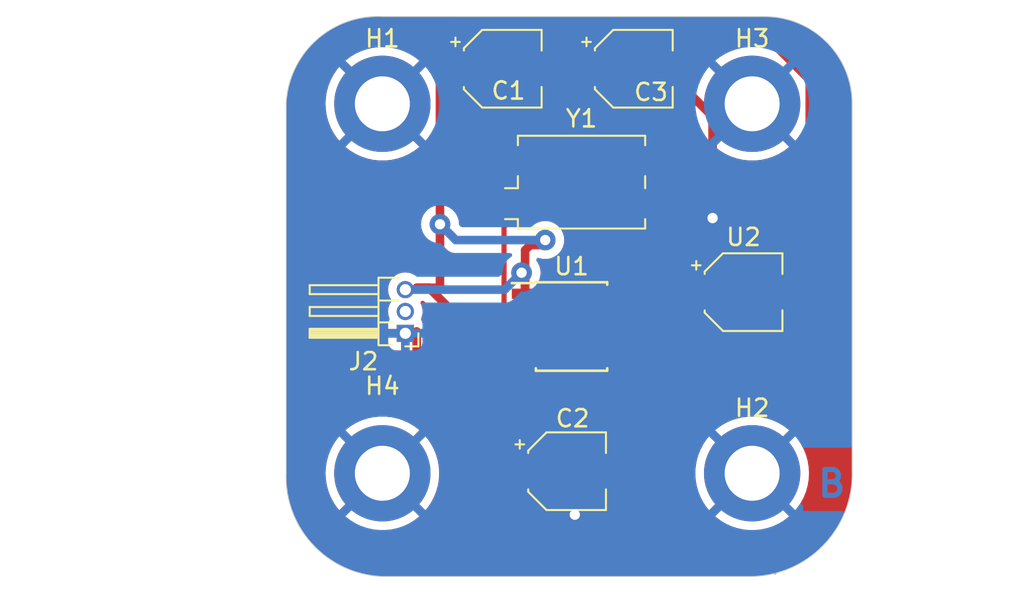
<source format=kicad_pcb>
(kicad_pcb (version 20221018) (generator pcbnew)
  (layers (0 "F.Cu" signal) (31 "B.Cu" signal) (34 "B.Paste" user) (35 "F.Paste" user) (36 "B.SilkS" user "B.Silkscreen") (37 "F.SilkS" user "F.Silkscreen") (38 "B.Mask" user) (39 "F.Mask" user) (44 "Edge.Cuts" user))
  (net 0 "")
  (net 1 "Q_IN")
  (net 2 "GND")
  (net 3 "Q_OUT")
  (net 4 "+3.3V")
  (net 5 "RXIR")
  (net 7 "UART_RX")
  (footprint "Capacitor_SMD:CP_Elec_4x5.4" (layer "F.Cu") (at 134.62 64)
    (fp_text reference "C3" (at 1 1.36) (layer "F.SilkS"))
    (fp_text value "20 pF")
    (fp_line (start -3 -1.56) (end -2.5 -1.56) (stroke (width 0.12)) (layer "F.SilkS"))
    (fp_line (start -2.75 -1.81) (end -2.75 -1.31) (stroke (width 0.12)) (layer "F.SilkS"))
    (fp_line (start -2.26 -1.195563) (end -2.26 -1.06) (stroke (width 0.12)) (layer "F.SilkS"))
    (fp_line (start -2.26 -1.195563) (end -1.195563 -2.26) (stroke (width 0.12)) (layer "F.SilkS"))
    (fp_line (start -2.26 1.195563) (end -2.26 1.06) (stroke (width 0.12)) (layer "F.SilkS"))
    (fp_line (start -2.26 1.195563) (end -1.195563 2.26) (stroke (width 0.12)) (layer "F.SilkS"))
    (fp_line (start -1.195563 -2.26) (end 2.26 -2.26) (stroke (width 0.12)) (layer "F.SilkS"))
    (fp_line (start -1.195563 2.26) (end 2.26 2.26) (stroke (width 0.12)) (layer "F.SilkS"))
    (fp_line (start 2.26 -2.26) (end 2.26 -1.06) (stroke (width 0.12)) (layer "F.SilkS"))
    (fp_line (start 2.26 2.26) (end 2.26 1.06) (stroke (width 0.12)) (layer "F.SilkS"))
    (pad "1" smd roundrect (at -1.8 0) (size 2.6 1.6) (layers "F.Cu" "F.Paste" "F.Mask") (roundrect_rratio 0.15625) (net 3 "Q_OUT"))
    (pad "2" smd roundrect (at 1.8 0) (size 2.6 1.6) (layers "F.Cu" "F.Paste" "F.Mask") (roundrect_rratio 0.15625) (net 2 "GND"))
  )
  (footprint "Package_SO:SOIC-8-N7_3.9x4.9mm_P1.27mm" (layer "F.Cu") (at 131 79)
    (fp_text reference "U1" (at 0 -3.5) (layer "F.SilkS"))
    (fp_text value "MCP2120-I/P")
    (fp_line (start -2.075 -2.575) (end -2.075 -2.525) (stroke (width 0.15)) (layer "F.SilkS"))
    (fp_line (start -2.075 -2.575) (end 2.075 -2.575) (stroke (width 0.15)) (layer "F.SilkS"))
    (fp_line (start -2.075 -2.525) (end -3.475 -2.525) (stroke (width 0.15)) (layer "F.SilkS"))
    (fp_line (start -2.075 2.575) (end -2.075 2.43) (stroke (width 0.15)) (layer "F.SilkS"))
    (fp_line (start -2.075 2.575) (end 2.075 2.575) (stroke (width 0.15)) (layer "F.SilkS"))
    (fp_line (start 2.075 -2.575) (end 2.075 -2.43) (stroke (width 0.15)) (layer "F.SilkS"))
    (fp_line (start 2.075 2.575) (end 2.075 2.43) (stroke (width 0.15)) (layer "F.SilkS"))
    (pad "1" smd rect (at -2.7 -1.905) (size 1.55 0.6) (layers "F.Cu" "F.Paste" "F.Mask") (net 4 "+3.3V"))
    (pad "2" smd rect (at -2.7 -0.635) (size 1.55 0.6) (layers "F.Cu" "F.Paste" "F.Mask") (net 1 "Q_IN"))
    (pad "3" smd rect (at -2.7 0.635) (size 1.55 0.6) (layers "F.Cu" "F.Paste" "F.Mask") (net 3 "Q_OUT"))
    (pad "4" smd rect (at -2.7 1.905) (size 1.55 0.6) (layers "F.Cu" "F.Paste" "F.Mask") (net 4 "+3.3V"))
    (pad "5" smd rect (at 2.7 1.905) (size 1.55 0.6) (layers "F.Cu" "F.Paste" "F.Mask") (net 5 "RXIR"))
    (pad "6" smd rect (at 2.7 0.635) (size 1.55 0.6) (layers "F.Cu" "F.Paste" "F.Mask"))
    (pad "8" smd rect (at 2.7 -1.905) (size 1.55 0.6) (layers "F.Cu" "F.Paste" "F.Mask") (net 2 "GND"))
  )
  (footprint "Crystal:Crystal_SMD_EuroQuartz_MQ-4Pin_7.0x5.0mm" (layer "F.Cu") (at 131.58 70.6)
    (fp_text reference "Y1" (at 0 -3.7) (layer "F.SilkS"))
    (fp_text value "ABLS-7.3728MHz-20-B-3-H-T")
    (fp_line (start -4.45 0.35) (end -3.7 0.35) (stroke (width 0.12)) (layer "F.SilkS"))
    (fp_line (start -4.45 2.15) (end -3.7 2.15) (stroke (width 0.12)) (layer "F.SilkS"))
    (fp_line (start -3.7 -2.7) (end 3.7 -2.7) (stroke (width 0.12)) (layer "F.SilkS"))
    (fp_line (start -3.7 -2.15) (end -3.7 -2.7) (stroke (width 0.12)) (layer "F.SilkS"))
    (fp_line (start -3.7 0.35) (end -3.7 -0.35) (stroke (width 0.12)) (layer "F.SilkS"))
    (fp_line (start -3.7 2.15) (end -3.7 2.7) (stroke (width 0.12)) (layer "F.SilkS"))
    (fp_line (start -3.7 2.7) (end 3.7 2.7) (stroke (width 0.12)) (layer "F.SilkS"))
    (fp_line (start 3.7 -2.7) (end 3.7 -2.15) (stroke (width 0.12)) (layer "F.SilkS"))
    (fp_line (start 3.7 -0.35) (end 3.7 0.35) (stroke (width 0.12)) (layer "F.SilkS"))
    (fp_line (start 3.7 2.7) (end 3.7 2.15) (stroke (width 0.12)) (layer "F.SilkS"))
    (pad "1" smd rect (at -3.15 1.25) (size 2.2 1.4) (layers "F.Cu" "F.Paste" "F.Mask") (net 1 "Q_IN"))
    (pad "2" smd rect (at 3.15 1.25) (size 2.2 1.4) (layers "F.Cu" "F.Paste" "F.Mask") (net 3 "Q_OUT"))
    (pad "3" smd rect (at 3.15 -1.25) (size 2.2 1.4) (layers "F.Cu" "F.Paste" "F.Mask"))
    (pad "4" smd rect (at -3.15 -1.25) (size 2.2 1.4) (layers "F.Cu" "F.Paste" "F.Mask"))
  )
  (footprint "MountingHole:MountingHole_3.2mm_M3_DIN965_Pad" (layer "F.Cu") (at 120 66.04)
    (fp_text reference "H1" (at 0 -3.8) (layer "F.SilkS"))
    (fp_text value "Mounting Hole 1")
    (pad "1" thru_hole circle (at 0 0) (size 5.6 5.6) (drill 3.2) (layers "*.Cu" "*.Mask") (net 2 "GND"))
  )
  (footprint "MountingHole:MountingHole_3.2mm_M3_DIN965_Pad" (layer "F.Cu") (at 141.5 87.54)
    (fp_text reference "H2" (at 0 -3.8) (layer "F.SilkS"))
    (fp_text value "Mounting Hole 2")
    (pad "1" thru_hole circle (at 0 0) (size 5.6 5.6) (drill 3.2) (layers "*.Cu" "*.Mask") (net 2 "GND"))
  )
  (footprint "Capacitor_SMD:CP_Elec_4x5.4" (layer "F.Cu") (at 127 64)
    (fp_text reference "C1" (at 0.33 1.28) (layer "F.SilkS"))
    (fp_text value "20 pF")
    (fp_line (start -3 -1.56) (end -2.5 -1.56) (stroke (width 0.12)) (layer "F.SilkS"))
    (fp_line (start -2.75 -1.81) (end -2.75 -1.31) (stroke (width 0.12)) (layer "F.SilkS"))
    (fp_line (start -2.26 -1.195563) (end -2.26 -1.06) (stroke (width 0.12)) (layer "F.SilkS"))
    (fp_line (start -2.26 -1.195563) (end -1.195563 -2.26) (stroke (width 0.12)) (layer "F.SilkS"))
    (fp_line (start -2.26 1.195563) (end -2.26 1.06) (stroke (width 0.12)) (layer "F.SilkS"))
    (fp_line (start -2.26 1.195563) (end -1.195563 2.26) (stroke (width 0.12)) (layer "F.SilkS"))
    (fp_line (start -1.195563 -2.26) (end 2.26 -2.26) (stroke (width 0.12)) (layer "F.SilkS"))
    (fp_line (start -1.195563 2.26) (end 2.26 2.26) (stroke (width 0.12)) (layer "F.SilkS"))
    (fp_line (start 2.26 -2.26) (end 2.26 -1.06) (stroke (width 0.12)) (layer "F.SilkS"))
    (fp_line (start 2.26 2.26) (end 2.26 1.06) (stroke (width 0.12)) (layer "F.SilkS"))
    (pad "1" smd roundrect (at -1.8 0) (size 2.6 1.6) (layers "F.Cu" "F.Paste" "F.Mask") (roundrect_rratio 0.15625) (net 1 "Q_IN"))
    (pad "2" smd roundrect (at 1.8 0) (size 2.6 1.6) (layers "F.Cu" "F.Paste" "F.Mask") (roundrect_rratio 0.15625) (net 2 "GND"))
  )
  (footprint "Capacitor_SMD:CP_Elec_4x5.4" (layer "F.Cu") (at 130.74 87.42)
    (fp_text reference "C2" (at 0.32 -3.07) (layer "F.SilkS"))
    (fp_text value "100 nF")
    (fp_line (start -3 -1.56) (end -2.5 -1.56) (stroke (width 0.12)) (layer "F.SilkS"))
    (fp_line (start -2.75 -1.81) (end -2.75 -1.31) (stroke (width 0.12)) (layer "F.SilkS"))
    (fp_line (start -2.26 -1.195563) (end -2.26 -1.06) (stroke (width 0.12)) (layer "F.SilkS"))
    (fp_line (start -2.26 -1.195563) (end -1.195563 -2.26) (stroke (width 0.12)) (layer "F.SilkS"))
    (fp_line (start -2.26 1.195563) (end -2.26 1.06) (stroke (width 0.12)) (layer "F.SilkS"))
    (fp_line (start -2.26 1.195563) (end -1.195563 2.26) (stroke (width 0.12)) (layer "F.SilkS"))
    (fp_line (start -1.195563 -2.26) (end 2.26 -2.26) (stroke (width 0.12)) (layer "F.SilkS"))
    (fp_line (start -1.195563 2.26) (end 2.26 2.26) (stroke (width 0.12)) (layer "F.SilkS"))
    (fp_line (start 2.26 -2.26) (end 2.26 -1.06) (stroke (width 0.12)) (layer "F.SilkS"))
    (fp_line (start 2.26 2.26) (end 2.26 1.06) (stroke (width 0.12)) (layer "F.SilkS"))
    (pad "1" smd roundrect (at -1.8 0) (size 2.6 1.6) (layers "F.Cu" "F.Paste" "F.Mask") (roundrect_rratio 0.15625) (net 4 "+3.3V"))
    (pad "2" smd roundrect (at 1.8 0) (size 2.6 1.6) (layers "F.Cu" "F.Paste" "F.Mask") (roundrect_rratio 0.15625) (net 2 "GND"))
  )
  (footprint "MountingHole:MountingHole_3.2mm_M3_DIN965_Pad" (layer "F.Cu") (at 141.5 66.04)
    (fp_text reference "H3" (at 0 -3.8) (layer "F.SilkS"))
    (fp_text value "Mounting Hole 3")
    (pad "1" thru_hole circle (at 0 0) (size 5.6 5.6) (drill 3.2) (layers "*.Cu" "*.Mask") (net 2 "GND"))
  )
  (footprint "MountingHole:MountingHole_3.2mm_M3_DIN965_Pad" (layer "F.Cu") (at 120 87.54)
    (fp_text reference "H4" (at 0 -5.08) (layer "F.SilkS"))
    (fp_text value "Mounting Hole 4")
    (pad "1" thru_hole circle (at 0 0) (size 5.6 5.6) (drill 3.2) (layers "*.Cu" "*.Mask") (net 2 "GND"))
  )
  (footprint "Capacitor_SMD:CP_Elec_4x5.4" (layer "F.Cu") (at 141 77)
    (fp_text reference "U2" (at 0 -3.2) (layer "F.SilkS"))
    (fp_text value "TSOP75338WTT")
    (fp_line (start -3 -1.56) (end -2.5 -1.56) (stroke (width 0.12)) (layer "F.SilkS"))
    (fp_line (start -2.75 -1.81) (end -2.75 -1.31) (stroke (width 0.12)) (layer "F.SilkS"))
    (fp_line (start -2.26 -1.195563) (end -2.26 -1.06) (stroke (width 0.12)) (layer "F.SilkS"))
    (fp_line (start -2.26 -1.195563) (end -1.195563 -2.26) (stroke (width 0.12)) (layer "F.SilkS"))
    (fp_line (start -2.26 1.195563) (end -2.26 1.06) (stroke (width 0.12)) (layer "F.SilkS"))
    (fp_line (start -2.26 1.195563) (end -1.195563 2.26) (stroke (width 0.12)) (layer "F.SilkS"))
    (fp_line (start -1.195563 -2.26) (end 2.26 -2.26) (stroke (width 0.12)) (layer "F.SilkS"))
    (fp_line (start -1.195563 2.26) (end 2.26 2.26) (stroke (width 0.12)) (layer "F.SilkS"))
    (fp_line (start 2.26 -2.26) (end 2.26 -1.06) (stroke (width 0.12)) (layer "F.SilkS"))
    (fp_line (start 2.26 2.26) (end 2.26 1.06) (stroke (width 0.12)) (layer "F.SilkS"))
    (pad "1" smd roundrect (at -1.8 0) (size 2.6 1.6) (layers "F.Cu" "F.Paste" "F.Mask") (roundrect_rratio 0.15625) (net 2 "GND"))
    (pad "2" smd roundrect (at 1.8 0) (size 2.6 1.6) (layers "F.Cu" "F.Paste" "F.Mask") (roundrect_rratio 0.15625) (net 4 "+3.3V"))
  )
  (footprint "Connector_PinHeader_1.27mm:PinHeader_1x03_P1.27mm_Horizontal" (layer "F.Cu") (at 121.335 79.395 180)
    (fp_text reference "J2" (at 2.4325 -1.635) (layer "F.SilkS"))
    (fp_text value "Conn_01x03")
    (fp_line (start -0.76 -0.76) (end 0 -0.76) (stroke (width 0.12)) (layer "F.SilkS"))
    (fp_line (start -0.76 0) (end -0.76 -0.76) (stroke (width 0.12)) (layer "F.SilkS"))
    (fp_line (start 0.44 1.889677) (end 0.44 1.920323) (stroke (width 0.12)) (layer "F.SilkS"))
    (fp_line (start 0.44 1.905) (end 1.56 1.905) (stroke (width 0.12)) (layer "F.SilkS"))
    (fp_line (start 0.44 3.235) (end 0.44 3.159677) (stroke (width 0.12)) (layer "F.SilkS"))
    (fp_line (start 0.76 -0.695) (end 1.56 -0.695) (stroke (width 0.12)) (layer "F.SilkS"))
    (fp_line (start 0.76 0.635) (end 1.56 0.635) (stroke (width 0.12)) (layer "F.SilkS"))
    (fp_line (start 1.56 -0.695) (end 1.56 3.235) (stroke (width 0.12)) (layer "F.SilkS"))
    (fp_line (start 1.56 -0.26) (end 5.56 -0.26) (stroke (width 0.12)) (layer "F.SilkS"))
    (fp_line (start 1.56 -0.2) (end 5.56 -0.2) (stroke (width 0.12)) (layer "F.SilkS"))
    (fp_line (start 1.56 -0.08) (end 5.56 -0.08) (stroke (width 0.12)) (layer "F.SilkS"))
    (fp_line (start 1.56 0.04) (end 5.56 0.04) (stroke (width 0.12)) (layer "F.SilkS"))
    (fp_line (start 1.56 0.16) (end 5.56 0.16) (stroke (width 0.12)) (layer "F.SilkS"))
    (fp_line (start 1.56 1.01) (end 5.56 1.01) (stroke (width 0.12)) (layer "F.SilkS"))
    (fp_line (start 1.56 2.28) (end 5.56 2.28) (stroke (width 0.12)) (layer "F.SilkS"))
    (fp_line (start 1.56 3.235) (end 0.44 3.235) (stroke (width 0.12)) (layer "F.SilkS"))
    (fp_line (start 5.56 -0.26) (end 5.56 0.26) (stroke (width 0.12)) (layer "F.SilkS"))
    (fp_line (start 5.56 0.26) (end 1.56 0.26) (stroke (width 0.12)) (layer "F.SilkS"))
    (fp_line (start 5.56 1.01) (end 5.56 1.53) (stroke (width 0.12)) (layer "F.SilkS"))
    (fp_line (start 5.56 1.53) (end 1.56 1.53) (stroke (width 0.12)) (layer "F.SilkS"))
    (fp_line (start 5.56 2.28) (end 5.56 2.8) (stroke (width 0.12)) (layer "F.SilkS"))
    (fp_line (start 5.56 2.8) (end 1.56 2.8) (stroke (width 0.12)) (layer "F.SilkS"))
    (pad "1" thru_hole rect (at 0 0 180) (size 1 1) (drill 0.65) (layers "*.Cu" "*.Mask") (net 2 "GND"))
    (pad "2" thru_hole oval (at 0 1.27 180) (size 1 1) (drill 0.65) (layers "*.Cu" "*.Mask") (net 7 "UART_RX"))
    (pad "3" thru_hole oval (at 0 2.54 180) (size 1 1) (drill 0.65) (layers "*.Cu" "*.Mask") (net 4 "+3.3V"))
  )
  (gr_line (start 114.4 66.04) (end 114.4 87.5) (stroke (width 0.05)) (layer "Edge.Cuts"))
  (gr_arc (start 142.24 60.96) (mid 145.832102 62.447898) (end 147.32 66.04) (stroke (width 0.05)) (layer "Edge.Cuts"))
  (gr_arc (start 147.32 87.411878) (mid 145.691247 91.682158) (end 141.52 93.55) (stroke (width 0.05)) (layer "Edge.Cuts"))
  (gr_line (start 142.24 60.96) (end 120 60.96) (stroke (width 0.05)) (layer "Edge.Cuts"))
  (gr_line (start 147.32 87.411878) (end 147.32 66.04) (stroke (width 0.05)) (layer "Edge.Cuts"))
  (gr_line (start 120 93.55) (end 141.52 93.55) (stroke (width 0.05)) (layer "Edge.Cuts"))
  (gr_arc (start 114.4 66.04) (mid 116.147897 62.340202) (end 120 60.96) (stroke (width 0.05)) (layer "Edge.Cuts"))
  (gr_arc (start 120 93.55) (mid 115.947004 91.684798) (end 114.4 87.5) (stroke (width 0.05)) (layer "Edge.Cuts"))
  (gr_text "T" (at 144.57 84.99) (layer "F.Cu") (effects (font (size 1.5 1.5) (thickness 0.3) bold) (justify left bottom)))
  (gr_text "Maëna CHARBONNIER" (at 119.05 93.47) (layer "F.Cu") (effects (font (size 1.5 1.5) (thickness 0.3) bold) (justify left bottom)))
  (gr_text "B" (at 145.18 89.02) (layer "B.Cu") (effects (font (size 1.5 1.5) (thickness 0.3) bold) (justify left bottom)))
  (segment (start 127.075 78.215) (end 127.075 73.205) (width 0.3) (layer "F.Cu") (net 1))
  (segment (start 128.43 71.85) (end 125.2 68.62) (width 0.3) (layer "F.Cu") (net 1))
  (segment (start 125.2 68.62) (end 125.2 64) (width 0.3) (layer "F.Cu") (net 1))
  (segment (start 127.075 73.205) (end 128.43 71.85) (width 0.3) (layer "F.Cu") (net 1))
  (segment (start 128.3 78.365) (end 127.225 78.365) (width 0.3) (layer "F.Cu") (net 1))
  (segment (start 127.225 78.365) (end 127.075 78.215) (width 0.3) (layer "F.Cu") (net 1))
  (segment (start 139.2 77) (end 139.105 77.095) (width 0.5) (layer "F.Cu") (net 2))
  (segment (start 128.8 64) (end 130.15 62.65) (width 0.5) (layer "F.Cu") (net 2))
  (segment (start 139.2 77) (end 139.2 80.76) (width 0.5) (layer "F.Cu") (net 2))
  (segment (start 139.2 66.78) (end 139.2 72.69) (width 0.5) (layer "F.Cu") (net 2))
  (segment (start 136.42 64) (end 139.2 66.78) (width 0.5) (layer "F.Cu") (net 2))
  (segment (start 139.2 72.69) (end 139.2 77) (width 0.5) (layer "F.Cu") (net 2))
  (segment (start 128.738629 89.95) (end 131.19 89.95) (width 0.5) (layer "F.Cu") (net 2))
  (segment (start 135.07 62.65) (end 136.42 64) (width 0.5) (layer "F.Cu") (net 2))
  (segment (start 139.2 80.76) (end 132.54 87.42) (width 0.5) (layer "F.Cu") (net 2))
  (segment (start 121.995 83.206371) (end 128.738629 89.95) (width 0.5) (layer "F.Cu") (net 2))
  (segment (start 121.995 79.285) (end 121.995 83.206371) (width 0.5) (layer "F.Cu") (net 2))
  (segment (start 130.15 62.65) (end 135.07 62.65) (width 0.5) (layer "F.Cu") (net 2))
  (segment (start 139.105 77.095) (end 133.7 77.095) (width 0.5) (layer "F.Cu") (net 2))
  (via (at 139.2 72.69) (size 1.2) (drill 0.6) (layers "F.Cu" "B.Cu") (net 2))
  (via (at 131.19 89.95) (size 1.2) (drill 0.6) (layers "F.Cu" "B.Cu") (net 2))
  (segment (start 131.19 79.73) (end 138.23 72.69) (width 0.5) (layer "B.Cu") (net 2))
  (segment (start 138.23 72.69) (end 139.2 72.69) (width 0.5) (layer "B.Cu") (net 2))
  (segment (start 131.19 89.95) (end 131.19 79.73) (width 0.5) (layer "B.Cu") (net 2))
  (segment (start 134.73 71.85) (end 134.73 73.91) (width 0.3) (layer "F.Cu") (net 3))
  (segment (start 134.73 73.91) (end 129.005 79.635) (width 0.3) (layer "F.Cu") (net 3))
  (segment (start 136.28 67.46) (end 136.28 70.3) (width 0.3) (layer "F.Cu") (net 3))
  (segment (start 132.82 64) (end 136.28 67.46) (width 0.3) (layer "F.Cu") (net 3))
  (segment (start 136.28 70.3) (end 134.73 71.85) (width 0.3) (layer "F.Cu") (net 3))
  (segment (start 122.702106 76.745) (end 128.94 82.982894) (width 0.5) (layer "F.Cu") (net 4))
  (segment (start 128.3 77.095) (end 128.3 76.295) (width 0.5) (layer "F.Cu") (net 4))
  (segment (start 128.94 87.42) (end 128.3 86.78) (width 0.5) (layer "F.Cu") (net 4))
  (segment (start 128.3 74.56) (end 128.6 74.26) (width 0.5) (layer "F.Cu") (net 4))
  (segment (start 121.995 76.745) (end 122.702106 76.745) (width 0.5) (layer "F.Cu") (net 4))
  (segment (start 144.85 64.652384) (end 144.85 74.95) (width 0.5) (layer "F.Cu") (net 4))
  (segment (start 123.235 76.745) (end 123.35 76.63) (width 0.5) (layer "F.Cu") (net 4))
  (segment (start 128.3 76.0755) (end 128.0945 75.87) (width 0.5) (layer "F.Cu") (net 4))
  (segment (start 142.047616 61.85) (end 144.85 64.652384) (width 0.5) (layer "F.Cu") (net 4))
  (segment (start 128.3 77.095) (end 128.3 74.56) (width 0.5) (layer "F.Cu") (net 4))
  (segment (start 123.35 76.63) (end 123.35 73.05) (width 0.5) (layer "F.Cu") (net 4))
  (segment (start 144.85 74.95) (end 142.8 77) (width 0.5) (layer "F.Cu") (net 4))
  (segment (start 123.35 73.05) (end 123.35 63.118629) (width 0.5) (layer "F.Cu") (net 4))
  (segment (start 123.225 76.785) (end 122.695 76.785) (width 0.5) (layer "F.Cu") (net 4))
  (segment (start 133.921371 88.77) (end 130.29 88.77) (width 0.5) (layer "F.Cu") (net 4))
  (segment (start 128.6 74.26) (end 129.18 74.26) (width 0.5) (layer "F.Cu") (net 4))
  (segment (start 142.8 79.891371) (end 133.921371 88.77) (width 0.5) (layer "F.Cu") (net 4))
  (segment (start 128.94 82.982894) (end 128.94 87.42) (width 0.5) (layer "F.Cu") (net 4))
  (segment (start 142.8 77) (end 142.8 79.891371) (width 0.5) (layer "F.Cu") (net 4))
  (segment (start 129.18 74.26) (end 129.47 73.97) (width 0.5) (layer "F.Cu") (net 4))
  (segment (start 130.29 88.77) (end 128.94 87.42) (width 0.5) (layer "F.Cu") (net 4))
  (segment (start 121.995 76.745) (end 123.235 76.745) (width 0.5) (layer "F.Cu") (net 4))
  (segment (start 124.618629 61.85) (end 142.047616 61.85) (width 0.5) (layer "F.Cu") (net 4))
  (segment (start 123.35 63.118629) (end 124.618629 61.85) (width 0.5) (layer "F.Cu") (net 4))
  (segment (start 128.3 77.095) (end 128.3 76.0755) (width 0.5) (layer "F.Cu") (net 4))
  (segment (start 128.3 86.78) (end 128.3 80.905) (width 0.5) (layer "F.Cu") (net 4))
  (segment (start 128.3 76.295) (end 128.295 76.29) (width 0.5) (layer "F.Cu") (net 4))
  (via (at 123.35 73.05) (size 1.2) (drill 0.6) (layers "F.Cu" "B.Cu") (net 4))
  (via (at 129.47 73.97) (size 1.2) (drill 0.6) (layers "F.Cu" "B.Cu") (net 4))
  (via (at 128.0945 75.87) (size 1.2) (drill 0.6) (layers "F.Cu" "B.Cu") (net 4))
  (segment (start 127.1095 76.855) (end 121.335 76.855) (width 0.5) (layer "B.Cu") (net 4))
  (segment (start 124.27 73.97) (end 123.35 73.05) (width 0.5) (layer "B.Cu") (net 4))
  (segment (start 129.47 73.97) (end 124.27 73.97) (width 0.5) (layer "B.Cu") (net 4))
  (segment (start 128.0945 75.87) (end 127.1095 76.855) (width 0.5) (layer "B.Cu") (net 4))
  (zone (net 2) (net_name "GND") (layer "F.Cu") (connect_pads (clearance 0.5)) (min_thickness 0.25) (fill yes (thermal_gap 0.5) (thermal_bridge_width 0.5))
    (polygon (pts (xy 113 60) (xy 149 60) (xy 149 95) (xy 113 95)))
  )
  (zone (net 2) (net_name "GND") (layer "B.Cu") (priority 1) (connect_pads (clearance 0.5)) (min_thickness 0.25) (fill yes (thermal_gap 0.5) (thermal_bridge_width 0.5))
    (polygon (pts (xy 113 60) (xy 149 60) (xy 149 95) (xy 113 95)))
  )
)
</source>
